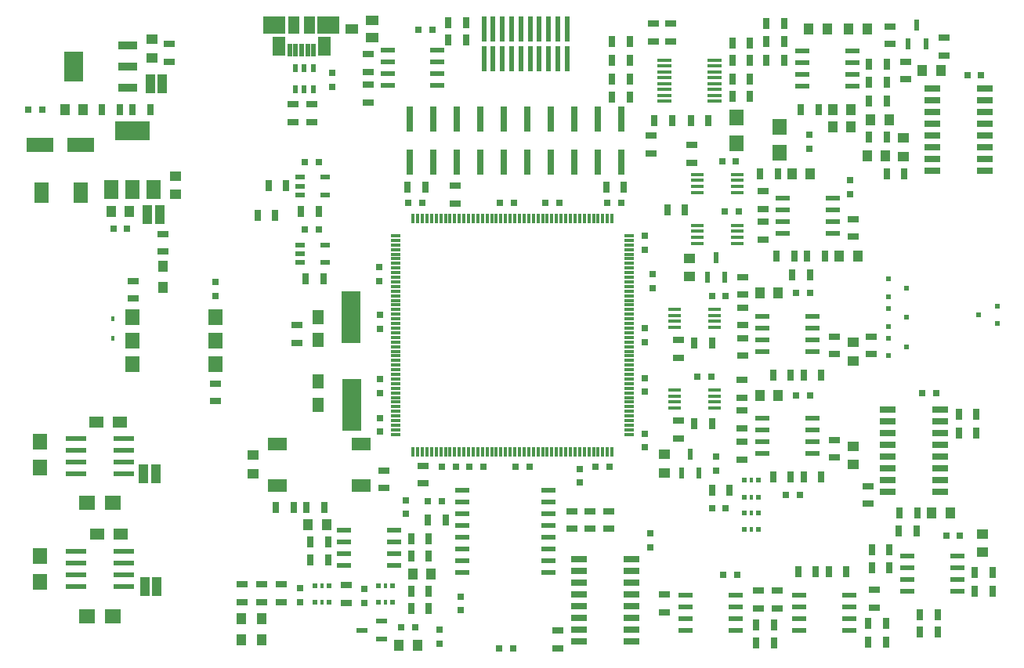
<source format=gtp>
G04 #@! TF.FileFunction,Paste,Top*
%FSLAX46Y46*%
G04 Gerber Fmt 4.6, Leading zero omitted, Abs format (unit mm)*
G04 Created by KiCad (PCBNEW 4.0.1-stable) date 26/04/2018 08:46:55*
%MOMM*%
G01*
G04 APERTURE LIST*
%ADD10C,0.100000*%
%ADD11R,2.100000X5.600000*%
%ADD12R,0.640000X2.730000*%
%ADD13R,1.500000X1.800000*%
%ADD14R,1.250000X1.500000*%
%ADD15R,1.120000X0.300000*%
%ADD16R,0.300000X1.120000*%
%ADD17R,1.100000X1.250000*%
%ADD18R,3.800000X2.000000*%
%ADD19R,1.500000X2.000000*%
%ADD20R,0.700000X1.300000*%
%ADD21R,1.250000X1.000000*%
%ADD22R,3.000000X1.600000*%
%ADD23R,1.000000X1.250000*%
%ADD24R,1.300000X0.700000*%
%ADD25R,0.800000X0.750000*%
%ADD26R,0.750000X0.800000*%
%ADD27R,2.100000X1.400000*%
%ADD28R,1.000000X0.550000*%
%ADD29R,1.550000X0.600000*%
%ADD30R,1.350000X0.400000*%
%ADD31R,0.600000X0.600000*%
%ADD32R,0.400000X0.600000*%
%ADD33R,1.520000X1.780000*%
%ADD34R,0.600000X0.950000*%
%ADD35R,0.450000X0.600000*%
%ADD36R,1.800000X1.500000*%
%ADD37R,1.620000X2.180000*%
%ADD38R,0.500000X0.500000*%
%ADD39R,1.000000X2.000000*%
%ADD40R,0.600000X1.300000*%
%ADD41R,1.400000X1.000000*%
%ADD42R,1.300000X0.600000*%
%ADD43R,2.200000X0.600000*%
%ADD44R,1.750000X0.700000*%
%ADD45R,1.600000X0.410000*%
%ADD46R,1.500000X0.600000*%
%ADD47R,1.475000X2.100000*%
%ADD48R,2.375000X1.900000*%
%ADD49R,1.175000X1.900000*%
%ADD50R,0.500000X1.380000*%
%ADD51R,2.150000X0.950000*%
%ADD52R,2.150000X3.250000*%
%ADD53R,1.500000X1.250000*%
%ADD54R,0.560000X2.755000*%
G04 APERTURE END LIST*
D10*
D11*
X86400000Y-82550000D03*
X86360000Y-73050000D03*
D12*
X107910000Y-56315000D03*
X107910000Y-51685000D03*
X110450000Y-51685000D03*
X110450000Y-56315000D03*
X112990000Y-56315000D03*
X112990000Y-51685000D03*
X115530000Y-51685000D03*
X115530000Y-56315000D03*
X95210000Y-56315000D03*
X95210000Y-51685000D03*
X92670000Y-51685000D03*
X92670000Y-56315000D03*
X105370000Y-56315000D03*
X105370000Y-51685000D03*
X102830000Y-51685000D03*
X102830000Y-56315000D03*
X100290000Y-56315000D03*
X100290000Y-51685000D03*
X97750000Y-51685000D03*
X97750000Y-56315000D03*
D13*
X132700000Y-55300000D03*
X132700000Y-52500000D03*
D14*
X82800000Y-82550000D03*
X82800000Y-80050000D03*
D15*
X91180000Y-64250000D03*
X91180000Y-64750000D03*
X91180000Y-65250000D03*
X91180000Y-65750000D03*
X91180000Y-66250000D03*
X91180000Y-66750000D03*
X91180000Y-67250000D03*
X91180000Y-67750000D03*
X91180000Y-68250000D03*
X91180000Y-68750000D03*
X91180000Y-69250000D03*
X91180000Y-69750000D03*
X91180000Y-70250000D03*
X91180000Y-70750000D03*
X91180000Y-71250000D03*
X91180000Y-71750000D03*
X91180000Y-72250000D03*
X91180000Y-72750000D03*
X91180000Y-73250000D03*
X91180000Y-73750000D03*
X91180000Y-74250000D03*
X91180000Y-74750000D03*
X91180000Y-75250000D03*
X91180000Y-75750000D03*
X91180000Y-76250000D03*
X91180000Y-76750000D03*
X91180000Y-77250000D03*
X91180000Y-77750000D03*
X91180000Y-78250000D03*
X91180000Y-78750000D03*
X91180000Y-79250000D03*
X91180000Y-79750000D03*
X91180000Y-80250000D03*
X91180000Y-80750000D03*
X91180000Y-81250000D03*
X91180000Y-81750000D03*
X91180000Y-82250000D03*
X91180000Y-82750000D03*
X91180000Y-83250000D03*
X91180000Y-83750000D03*
X91180000Y-84250000D03*
X91180000Y-84750000D03*
X91180000Y-85250000D03*
X91180000Y-85750000D03*
D16*
X93050000Y-87620000D03*
X93550000Y-87620000D03*
X94050000Y-87620000D03*
X94550000Y-87620000D03*
X95050000Y-87620000D03*
X95550000Y-87620000D03*
X96050000Y-87620000D03*
X96550000Y-87620000D03*
X97050000Y-87620000D03*
X97550000Y-87620000D03*
X98050000Y-87620000D03*
X98550000Y-87620000D03*
X99050000Y-87620000D03*
X99550000Y-87620000D03*
X100050000Y-87620000D03*
X100550000Y-87620000D03*
X101050000Y-87620000D03*
X101550000Y-87620000D03*
X102050000Y-87620000D03*
X102550000Y-87620000D03*
X103050000Y-87620000D03*
X103550000Y-87620000D03*
X104050000Y-87620000D03*
X104550000Y-87620000D03*
X105050000Y-87620000D03*
X105550000Y-87620000D03*
X106050000Y-87620000D03*
X106550000Y-87620000D03*
X107050000Y-87620000D03*
X107550000Y-87620000D03*
X108050000Y-87620000D03*
X108550000Y-87620000D03*
X109050000Y-87620000D03*
X109550000Y-87620000D03*
X110050000Y-87620000D03*
X110550000Y-87620000D03*
X111050000Y-87620000D03*
X111550000Y-87620000D03*
X112050000Y-87620000D03*
X112550000Y-87620000D03*
X113050000Y-87620000D03*
X113550000Y-87620000D03*
X114050000Y-87620000D03*
X114550000Y-87620000D03*
D15*
X116420000Y-85750000D03*
X116420000Y-85250000D03*
X116420000Y-84750000D03*
X116420000Y-84250000D03*
X116420000Y-83750000D03*
X116420000Y-83250000D03*
X116420000Y-82750000D03*
X116420000Y-82250000D03*
X116420000Y-81750000D03*
X116420000Y-81250000D03*
X116420000Y-80750000D03*
X116420000Y-80250000D03*
X116420000Y-79750000D03*
X116420000Y-79250000D03*
X116420000Y-78750000D03*
X116420000Y-78250000D03*
X116420000Y-77750000D03*
X116420000Y-77250000D03*
X116420000Y-76750000D03*
X116420000Y-76250000D03*
X116420000Y-75750000D03*
X116420000Y-75250000D03*
X116420000Y-74750000D03*
X116420000Y-74250000D03*
X116420000Y-73750000D03*
X116420000Y-73250000D03*
X116420000Y-72750000D03*
X116420000Y-72250000D03*
X116420000Y-71750000D03*
X116420000Y-71250000D03*
X116420000Y-70750000D03*
X116420000Y-70250000D03*
X116420000Y-69750000D03*
X116420000Y-69250000D03*
X116420000Y-68750000D03*
X116420000Y-68250000D03*
X116420000Y-67750000D03*
X116420000Y-67250000D03*
X116420000Y-66750000D03*
X116420000Y-66250000D03*
X116420000Y-65750000D03*
X116420000Y-65250000D03*
X116420000Y-64750000D03*
X116420000Y-64250000D03*
D16*
X114550000Y-62380000D03*
X114050000Y-62380000D03*
X113550000Y-62380000D03*
X113050000Y-62380000D03*
X112550000Y-62380000D03*
X112050000Y-62380000D03*
X111550000Y-62380000D03*
X111050000Y-62380000D03*
X110550000Y-62380000D03*
X110050000Y-62380000D03*
X109550000Y-62380000D03*
X109050000Y-62380000D03*
X108550000Y-62380000D03*
X108050000Y-62380000D03*
X107550000Y-62380000D03*
X107050000Y-62380000D03*
X106550000Y-62380000D03*
X106050000Y-62380000D03*
X105550000Y-62380000D03*
X105050000Y-62380000D03*
X104550000Y-62380000D03*
X104050000Y-62380000D03*
X103550000Y-62380000D03*
X103050000Y-62380000D03*
X102550000Y-62380000D03*
X102050000Y-62380000D03*
X101550000Y-62380000D03*
X101050000Y-62380000D03*
X100550000Y-62380000D03*
X100050000Y-62380000D03*
X99550000Y-62380000D03*
X99050000Y-62380000D03*
X98550000Y-62380000D03*
X98050000Y-62380000D03*
X97550000Y-62380000D03*
X97050000Y-62380000D03*
X96550000Y-62380000D03*
X96050000Y-62380000D03*
X95550000Y-62380000D03*
X95050000Y-62380000D03*
X94550000Y-62380000D03*
X94050000Y-62380000D03*
X93550000Y-62380000D03*
X93050000Y-62380000D03*
D17*
X76700000Y-105625000D03*
X76700000Y-107975000D03*
X66000000Y-67525000D03*
X66000000Y-69875000D03*
X74500000Y-105625000D03*
X74500000Y-107975000D03*
D18*
X62700000Y-52950000D03*
D19*
X62700000Y-59250000D03*
X65000000Y-59250000D03*
X60400000Y-59250000D03*
D20*
X123050000Y-51800000D03*
X124950000Y-51800000D03*
D21*
X75800000Y-90000000D03*
X75800000Y-88000000D03*
D22*
X57100000Y-54400000D03*
X52700000Y-54400000D03*
D21*
X120200000Y-89900000D03*
X120200000Y-87900000D03*
X67400000Y-59800000D03*
X67400000Y-57800000D03*
D23*
X62400000Y-61600000D03*
X60400000Y-61600000D03*
X81700000Y-95500000D03*
X83700000Y-95500000D03*
X91500000Y-108500000D03*
X93500000Y-108500000D03*
X95000000Y-100800000D03*
X93000000Y-100800000D03*
X130500000Y-81500000D03*
X132500000Y-81500000D03*
X130500000Y-70400000D03*
X132500000Y-70400000D03*
X134000000Y-57600000D03*
X136000000Y-57600000D03*
X141100000Y-66500000D03*
X139100000Y-66500000D03*
X138400000Y-50600000D03*
X140400000Y-50600000D03*
X144100000Y-55600000D03*
X142100000Y-55600000D03*
X140400000Y-52500000D03*
X138400000Y-52500000D03*
D21*
X146000000Y-53700000D03*
X146000000Y-55700000D03*
D23*
X135800000Y-41900000D03*
X137800000Y-41900000D03*
X142500000Y-51700000D03*
X144500000Y-51700000D03*
X149100000Y-94200000D03*
X151100000Y-94200000D03*
D21*
X154600000Y-98500000D03*
X154600000Y-96500000D03*
X122900000Y-68700000D03*
X122900000Y-66700000D03*
D23*
X148100000Y-46400000D03*
X150100000Y-46400000D03*
D24*
X62800000Y-71050000D03*
X62800000Y-69150000D03*
X89900000Y-91550000D03*
X89900000Y-89650000D03*
X97600000Y-58850000D03*
X97600000Y-60750000D03*
X76700000Y-101950000D03*
X76700000Y-103850000D03*
X71700000Y-82150000D03*
X71700000Y-80250000D03*
X80500000Y-73950000D03*
X80500000Y-75850000D03*
X66000000Y-65950000D03*
X66000000Y-64050000D03*
X94100000Y-89150000D03*
X94100000Y-91050000D03*
D20*
X92450000Y-59000000D03*
X94350000Y-59000000D03*
X113950000Y-59000000D03*
X115850000Y-59000000D03*
D24*
X118800000Y-55350000D03*
X118800000Y-53450000D03*
X74600000Y-101950000D03*
X74600000Y-103850000D03*
D20*
X83850000Y-97400000D03*
X81950000Y-97400000D03*
X81450000Y-68900000D03*
X83350000Y-68900000D03*
X81950000Y-99300000D03*
X83850000Y-99300000D03*
X81550000Y-93600000D03*
X83450000Y-93600000D03*
X80950000Y-61600000D03*
X82850000Y-61600000D03*
X92850000Y-98900000D03*
X94750000Y-98900000D03*
X77450000Y-58800000D03*
X79350000Y-58800000D03*
X76250000Y-62100000D03*
X78150000Y-62100000D03*
D25*
X103950000Y-60700000D03*
X102450000Y-60700000D03*
X108850000Y-60700000D03*
X107350000Y-60700000D03*
X99150000Y-89200000D03*
X100650000Y-89200000D03*
X114250000Y-89200000D03*
X112750000Y-89200000D03*
D26*
X118100000Y-81150000D03*
X118100000Y-79650000D03*
X118100000Y-75750000D03*
X118100000Y-74250000D03*
D25*
X92550000Y-60700000D03*
X94050000Y-60700000D03*
X115550000Y-60700000D03*
X114050000Y-60700000D03*
D26*
X118100000Y-64250000D03*
X118100000Y-65750000D03*
X118100000Y-87150000D03*
X118100000Y-85650000D03*
X89400000Y-69150000D03*
X89400000Y-67650000D03*
X89500000Y-85450000D03*
X89500000Y-83950000D03*
X89500000Y-79750000D03*
X89500000Y-81250000D03*
D25*
X104150000Y-89200000D03*
X105650000Y-89200000D03*
X97650000Y-89200000D03*
X96150000Y-89200000D03*
D26*
X89500000Y-72850000D03*
X89500000Y-74350000D03*
D27*
X78350000Y-91250000D03*
X78350000Y-86750000D03*
X87450000Y-91250000D03*
X87450000Y-86750000D03*
D28*
X80850000Y-65250000D03*
X80850000Y-66200000D03*
X80850000Y-67150000D03*
X83550000Y-67150000D03*
X83550000Y-65250000D03*
X80850000Y-57950000D03*
X80850000Y-58900000D03*
X80850000Y-59850000D03*
X83550000Y-59850000D03*
X83550000Y-57950000D03*
D29*
X130800000Y-72995000D03*
X130800000Y-74265000D03*
X130800000Y-75535000D03*
X130800000Y-76805000D03*
X136200000Y-76805000D03*
X136200000Y-75535000D03*
X136200000Y-74265000D03*
X136200000Y-72995000D03*
X133000000Y-60195000D03*
X133000000Y-61465000D03*
X133000000Y-62735000D03*
X133000000Y-64005000D03*
X138400000Y-64005000D03*
X138400000Y-62735000D03*
X138400000Y-61465000D03*
X138400000Y-60195000D03*
X135100000Y-44295000D03*
X135100000Y-45565000D03*
X135100000Y-46835000D03*
X135100000Y-48105000D03*
X140500000Y-48105000D03*
X140500000Y-46835000D03*
X140500000Y-45565000D03*
X140500000Y-44295000D03*
X146500000Y-98895000D03*
X146500000Y-100165000D03*
X146500000Y-101435000D03*
X146500000Y-102705000D03*
X151900000Y-102705000D03*
X151900000Y-101435000D03*
X151900000Y-100165000D03*
X151900000Y-98895000D03*
X134800000Y-103095000D03*
X134800000Y-104365000D03*
X134800000Y-105635000D03*
X134800000Y-106905000D03*
X140200000Y-106905000D03*
X140200000Y-105635000D03*
X140200000Y-104365000D03*
X140200000Y-103095000D03*
X122500000Y-103095000D03*
X122500000Y-104365000D03*
X122500000Y-105635000D03*
X122500000Y-106905000D03*
X127900000Y-106905000D03*
X127900000Y-105635000D03*
X127900000Y-104365000D03*
X127900000Y-103095000D03*
X90300000Y-44195000D03*
X90300000Y-45465000D03*
X90300000Y-46735000D03*
X90300000Y-48005000D03*
X95700000Y-48005000D03*
X95700000Y-46735000D03*
X95700000Y-45465000D03*
X95700000Y-44195000D03*
X130800000Y-83995000D03*
X130800000Y-85265000D03*
X130800000Y-86535000D03*
X130800000Y-87805000D03*
X136200000Y-87805000D03*
X136200000Y-86535000D03*
X136200000Y-85265000D03*
X136200000Y-83995000D03*
X85600000Y-96095000D03*
X85600000Y-97365000D03*
X85600000Y-98635000D03*
X85600000Y-99905000D03*
X91000000Y-99905000D03*
X91000000Y-98635000D03*
X91000000Y-97365000D03*
X91000000Y-96095000D03*
D30*
X121350000Y-72225000D03*
X121350000Y-72875000D03*
X121350000Y-73525000D03*
X121350000Y-74175000D03*
X125650000Y-74175000D03*
X125650000Y-73525000D03*
X125650000Y-72875000D03*
X125650000Y-72225000D03*
X123750000Y-63125000D03*
X123750000Y-63775000D03*
X123750000Y-64425000D03*
X123750000Y-65075000D03*
X128050000Y-65075000D03*
X128050000Y-64425000D03*
X128050000Y-63775000D03*
X128050000Y-63125000D03*
X123750000Y-57625000D03*
X123750000Y-58275000D03*
X123750000Y-58925000D03*
X123750000Y-59575000D03*
X128050000Y-59575000D03*
X128050000Y-58925000D03*
X128050000Y-58275000D03*
X128050000Y-57625000D03*
X121350000Y-80925000D03*
X121350000Y-81575000D03*
X121350000Y-82225000D03*
X121350000Y-82875000D03*
X125650000Y-82875000D03*
X125650000Y-82225000D03*
X125650000Y-81575000D03*
X125650000Y-80925000D03*
D20*
X94750000Y-102700000D03*
X92850000Y-102700000D03*
X94750000Y-97000000D03*
X92850000Y-97000000D03*
X92850000Y-104600000D03*
X94750000Y-104600000D03*
X78250000Y-93600000D03*
X80150000Y-93600000D03*
D24*
X128700000Y-72050000D03*
X128700000Y-73950000D03*
X128700000Y-75350000D03*
X128700000Y-77250000D03*
X128700000Y-68750000D03*
X128700000Y-70650000D03*
X142600000Y-77050000D03*
X142600000Y-75150000D03*
D20*
X153950000Y-85600000D03*
X152050000Y-85600000D03*
X145650000Y-94200000D03*
X147550000Y-94200000D03*
X147450000Y-96200000D03*
X145550000Y-96200000D03*
X135950000Y-68500000D03*
X134050000Y-68500000D03*
X144550000Y-98200000D03*
X142650000Y-98200000D03*
D24*
X142200000Y-91350000D03*
X142200000Y-93250000D03*
X130900000Y-62750000D03*
X130900000Y-64650000D03*
X130900000Y-59450000D03*
X130900000Y-61350000D03*
D20*
X132450000Y-57600000D03*
X130550000Y-57600000D03*
X134250000Y-66500000D03*
X132350000Y-66500000D03*
X135650000Y-66500000D03*
X137550000Y-66500000D03*
D24*
X140600000Y-62450000D03*
X140600000Y-64350000D03*
D20*
X133150000Y-45300000D03*
X131250000Y-45300000D03*
X129450000Y-45300000D03*
X127550000Y-45300000D03*
X129450000Y-43400000D03*
X127550000Y-43400000D03*
X131250000Y-43300000D03*
X133150000Y-43300000D03*
X133150000Y-41300000D03*
X131250000Y-41300000D03*
X142350000Y-45700000D03*
X144250000Y-45700000D03*
X129450000Y-47300000D03*
X127550000Y-47300000D03*
X129450000Y-49200000D03*
X127550000Y-49200000D03*
X144250000Y-47700000D03*
X142350000Y-47700000D03*
X142350000Y-49700000D03*
X144250000Y-49700000D03*
X136850000Y-50600000D03*
X134950000Y-50600000D03*
X144250000Y-53600000D03*
X142350000Y-53600000D03*
X127250000Y-91800000D03*
X125350000Y-91800000D03*
X121050000Y-51800000D03*
X119150000Y-51800000D03*
D24*
X119000000Y-43250000D03*
X119000000Y-41350000D03*
X120900000Y-43250000D03*
X120900000Y-41350000D03*
D20*
X146150000Y-57600000D03*
X144250000Y-57600000D03*
X137150000Y-79300000D03*
X135250000Y-79300000D03*
D24*
X138600000Y-75150000D03*
X138600000Y-77050000D03*
D20*
X133850000Y-79300000D03*
X131950000Y-79300000D03*
X142650000Y-100200000D03*
X144550000Y-100200000D03*
X155650000Y-102700000D03*
X153750000Y-102700000D03*
X153750000Y-100700000D03*
X155650000Y-100700000D03*
X149750000Y-105200000D03*
X147850000Y-105200000D03*
X147850000Y-107100000D03*
X149750000Y-107100000D03*
X137950000Y-100600000D03*
X139850000Y-100600000D03*
X136550000Y-100600000D03*
X134650000Y-100600000D03*
D24*
X132400000Y-102650000D03*
X132400000Y-104550000D03*
X130400000Y-104550000D03*
X130400000Y-102650000D03*
X120200000Y-103050000D03*
X120200000Y-104950000D03*
D20*
X142250000Y-106200000D03*
X144150000Y-106200000D03*
X142250000Y-108200000D03*
X144150000Y-108200000D03*
D24*
X142900000Y-102550000D03*
X142900000Y-104450000D03*
D20*
X130150000Y-106300000D03*
X132050000Y-106300000D03*
X132050000Y-108300000D03*
X130150000Y-108300000D03*
D24*
X108700000Y-106950000D03*
X108700000Y-108850000D03*
D20*
X94650000Y-95000000D03*
X96550000Y-95000000D03*
D24*
X85800000Y-102050000D03*
X85800000Y-103950000D03*
X78800000Y-101950000D03*
X78800000Y-103850000D03*
X88200000Y-49850000D03*
X88200000Y-47950000D03*
X88200000Y-46550000D03*
X88200000Y-44650000D03*
D20*
X123450000Y-84600000D03*
X125350000Y-84600000D03*
D24*
X121700000Y-86150000D03*
X121700000Y-84250000D03*
X121700000Y-77450000D03*
X121700000Y-75550000D03*
D20*
X123450000Y-75900000D03*
X125350000Y-75900000D03*
X133850000Y-90300000D03*
X131950000Y-90300000D03*
D24*
X128600000Y-86550000D03*
X128600000Y-88450000D03*
D20*
X137150000Y-90300000D03*
X135250000Y-90300000D03*
D24*
X128600000Y-83150000D03*
X128600000Y-85050000D03*
X138600000Y-86350000D03*
X138600000Y-88250000D03*
X128600000Y-79850000D03*
X128600000Y-81750000D03*
X114200000Y-95950000D03*
X114200000Y-94050000D03*
D20*
X153950000Y-83600000D03*
X152050000Y-83600000D03*
D24*
X112200000Y-95950000D03*
X112200000Y-94050000D03*
X110200000Y-95950000D03*
X110200000Y-94050000D03*
X150400000Y-42850000D03*
X150400000Y-44750000D03*
X144600000Y-43550000D03*
X144600000Y-41650000D03*
X146300000Y-45450000D03*
X146300000Y-47350000D03*
D20*
X120550000Y-61500000D03*
X122450000Y-61500000D03*
D24*
X123200000Y-54450000D03*
X123200000Y-56350000D03*
X82100000Y-51950000D03*
X82100000Y-50050000D03*
X80100000Y-51950000D03*
X80100000Y-50050000D03*
X66700000Y-45450000D03*
X66700000Y-43550000D03*
D20*
X64650000Y-50600000D03*
X62750000Y-50600000D03*
X61350000Y-50600000D03*
X59450000Y-50600000D03*
D31*
X89350000Y-103900000D03*
X90850000Y-103900000D03*
D32*
X90100000Y-102100000D03*
X90100000Y-103900000D03*
D31*
X90850000Y-102100000D03*
X89350000Y-102100000D03*
X82450000Y-103900000D03*
X83950000Y-103900000D03*
D32*
X83200000Y-102100000D03*
X83200000Y-103900000D03*
D31*
X83950000Y-102100000D03*
X82450000Y-102100000D03*
X128850000Y-92500000D03*
X130350000Y-92500000D03*
D32*
X129600000Y-90700000D03*
X129600000Y-92500000D03*
D31*
X130350000Y-90700000D03*
X128850000Y-90700000D03*
X128850000Y-96000000D03*
X130350000Y-96000000D03*
D32*
X129600000Y-94200000D03*
X129600000Y-96000000D03*
D31*
X130350000Y-94200000D03*
X128850000Y-94200000D03*
D33*
X62690000Y-73060000D03*
X62690000Y-75600000D03*
X62690000Y-78140000D03*
X71710000Y-78140000D03*
X71710000Y-75600000D03*
X71710000Y-73060000D03*
D34*
X82250000Y-46175000D03*
X81300000Y-46175000D03*
X80350000Y-46175000D03*
X80350000Y-48425000D03*
X81300000Y-48425000D03*
X82250000Y-48425000D03*
D35*
X60600000Y-73250000D03*
X60600000Y-75350000D03*
D13*
X52700000Y-89300000D03*
X52700000Y-86500000D03*
D36*
X60600000Y-105400000D03*
X57800000Y-105400000D03*
D13*
X52700000Y-101700000D03*
X52700000Y-98900000D03*
D36*
X60600000Y-93100000D03*
X57800000Y-93100000D03*
D37*
X52890000Y-59600000D03*
X57110000Y-59600000D03*
D38*
X144400000Y-72150000D03*
X144400000Y-74050000D03*
X146400000Y-73100000D03*
X144400000Y-75350000D03*
X144400000Y-77250000D03*
X146400000Y-76300000D03*
X156200000Y-73750000D03*
X156200000Y-71850000D03*
X154200000Y-72800000D03*
X144400000Y-68950000D03*
X144400000Y-70850000D03*
X146400000Y-69900000D03*
D39*
X65950000Y-47800000D03*
X64650000Y-47800000D03*
X65650000Y-62000000D03*
X64350000Y-62000000D03*
D40*
X122050000Y-89950000D03*
X123950000Y-89950000D03*
X123000000Y-87850000D03*
X124850000Y-68750000D03*
X126750000Y-68750000D03*
X125800000Y-66650000D03*
X146550000Y-43550000D03*
X148450000Y-43550000D03*
X147500000Y-41450000D03*
D41*
X88600000Y-42850000D03*
X88600000Y-40950000D03*
X86400000Y-41900000D03*
D42*
X89650000Y-107850000D03*
X89650000Y-105950000D03*
X87550000Y-106900000D03*
D20*
X96850000Y-43100000D03*
X98750000Y-43100000D03*
X98750000Y-41200000D03*
X96850000Y-41200000D03*
D43*
X56600000Y-98395000D03*
X56600000Y-99665000D03*
X56600000Y-100935000D03*
X56600000Y-102205000D03*
X61800000Y-102205000D03*
X61800000Y-100935000D03*
X61800000Y-99665000D03*
X61800000Y-98395000D03*
D44*
X150025000Y-83055000D03*
X150025000Y-85595000D03*
X150025000Y-86865000D03*
X150025000Y-88135000D03*
X150025000Y-89405000D03*
X150025000Y-90675000D03*
X150025000Y-91945000D03*
X144375000Y-91945000D03*
X144375000Y-90675000D03*
X144375000Y-89405000D03*
X144375000Y-88135000D03*
X144375000Y-86865000D03*
X144375000Y-85595000D03*
X144375000Y-84325000D03*
X144375000Y-83055000D03*
X150025000Y-84325000D03*
X154825000Y-48355000D03*
X154825000Y-50895000D03*
X154825000Y-52165000D03*
X154825000Y-53435000D03*
X154825000Y-54705000D03*
X154825000Y-55975000D03*
X154825000Y-57245000D03*
X149175000Y-57245000D03*
X149175000Y-55975000D03*
X149175000Y-54705000D03*
X149175000Y-53435000D03*
X149175000Y-52165000D03*
X149175000Y-50895000D03*
X149175000Y-49625000D03*
X149175000Y-48355000D03*
X154825000Y-49625000D03*
X116625000Y-99255000D03*
X116625000Y-101795000D03*
X116625000Y-103065000D03*
X116625000Y-104335000D03*
X116625000Y-105605000D03*
X116625000Y-106875000D03*
X116625000Y-108145000D03*
X110975000Y-108145000D03*
X110975000Y-106875000D03*
X110975000Y-105605000D03*
X110975000Y-104335000D03*
X110975000Y-103065000D03*
X110975000Y-101795000D03*
X110975000Y-100525000D03*
X110975000Y-99255000D03*
X116625000Y-100525000D03*
D43*
X56600000Y-86195000D03*
X56600000Y-87465000D03*
X56600000Y-88735000D03*
X56600000Y-90005000D03*
X61800000Y-90005000D03*
X61800000Y-88735000D03*
X61800000Y-87465000D03*
X61800000Y-86195000D03*
D45*
X120200000Y-45277500D03*
X120200000Y-45912500D03*
X120200000Y-46547500D03*
X120200000Y-47182500D03*
X120200000Y-47817500D03*
X120200000Y-48452500D03*
X120200000Y-49087500D03*
X120200000Y-49722500D03*
X125600000Y-49722500D03*
X125600000Y-49087500D03*
X125600000Y-48452500D03*
X125600000Y-47817500D03*
X125600000Y-47182500D03*
X125600000Y-46547500D03*
X125600000Y-45912500D03*
X125600000Y-45277500D03*
D46*
X98350000Y-91755000D03*
X98350000Y-93025000D03*
X98350000Y-94295000D03*
X98350000Y-95565000D03*
X98350000Y-96835000D03*
X98350000Y-98105000D03*
X98350000Y-99375000D03*
X98350000Y-100645000D03*
X107650000Y-100645000D03*
X107650000Y-99375000D03*
X107650000Y-98105000D03*
X107650000Y-96835000D03*
X107650000Y-95565000D03*
X107650000Y-94295000D03*
X107650000Y-93025000D03*
X107650000Y-91755000D03*
D47*
X78537500Y-43800000D03*
D48*
X78087500Y-41500000D03*
D49*
X80162500Y-41500000D03*
X81837500Y-41500000D03*
D48*
X83912500Y-41500000D03*
D50*
X82300000Y-44160000D03*
X81650000Y-44160000D03*
X81000000Y-44160000D03*
X80350000Y-44160000D03*
X79700000Y-44160000D03*
D47*
X83462500Y-43800000D03*
D51*
X62200000Y-48300000D03*
X62200000Y-46000000D03*
X62200000Y-43700000D03*
D52*
X56400000Y-46000000D03*
D39*
X65250000Y-90000000D03*
X63950000Y-90000000D03*
D53*
X58850000Y-84400000D03*
X61350000Y-84400000D03*
X58950000Y-96500000D03*
X61450000Y-96500000D03*
D39*
X65350000Y-102200000D03*
X64050000Y-102200000D03*
D13*
X128000000Y-54300000D03*
X128000000Y-51500000D03*
D20*
X116450000Y-43300000D03*
X114550000Y-43300000D03*
X116450000Y-45300000D03*
X114550000Y-45300000D03*
X116450000Y-47300000D03*
X114550000Y-47300000D03*
X116450000Y-49300000D03*
X114550000Y-49300000D03*
D25*
X93250000Y-106600000D03*
X91750000Y-106600000D03*
X60650000Y-63500000D03*
X62150000Y-63500000D03*
D26*
X84300000Y-48150000D03*
X84300000Y-46650000D03*
D25*
X96150000Y-93000000D03*
X94650000Y-93000000D03*
X126850000Y-70800000D03*
X125350000Y-70800000D03*
X125250000Y-79500000D03*
X123750000Y-79500000D03*
X103850000Y-108900000D03*
X102350000Y-108900000D03*
X128250000Y-61600000D03*
X126750000Y-61600000D03*
D26*
X135900000Y-54850000D03*
X135900000Y-53350000D03*
D25*
X148050000Y-81300000D03*
X149550000Y-81300000D03*
D26*
X125800000Y-88150000D03*
X125800000Y-89650000D03*
X95900000Y-106850000D03*
X95900000Y-108350000D03*
X118700000Y-96450000D03*
X118700000Y-97950000D03*
D25*
X127950000Y-56200000D03*
X126450000Y-56200000D03*
D26*
X98200000Y-103250000D03*
X98200000Y-104750000D03*
X71700000Y-70750000D03*
X71700000Y-69250000D03*
D25*
X82850000Y-63600000D03*
X81350000Y-63600000D03*
X82850000Y-56300000D03*
X81350000Y-56300000D03*
D26*
X87800000Y-103950000D03*
X87800000Y-102450000D03*
X80800000Y-103850000D03*
X80800000Y-102350000D03*
X92300000Y-94350000D03*
X92300000Y-92850000D03*
D25*
X134850000Y-92300000D03*
X133350000Y-92300000D03*
X125350000Y-93700000D03*
X126850000Y-93700000D03*
X51450000Y-50600000D03*
X52950000Y-50600000D03*
X135950000Y-70400000D03*
X134450000Y-70400000D03*
X93650000Y-42000000D03*
X95150000Y-42000000D03*
X152150000Y-96700000D03*
X150650000Y-96700000D03*
X154450000Y-46900000D03*
X152950000Y-46900000D03*
X135950000Y-81500000D03*
X134450000Y-81500000D03*
X128050000Y-100900000D03*
X126550000Y-100900000D03*
D21*
X140600000Y-75800000D03*
X140600000Y-77800000D03*
X140600000Y-87000000D03*
X140600000Y-89000000D03*
D23*
X140100000Y-41900000D03*
X142100000Y-41900000D03*
X55400000Y-50600000D03*
X57400000Y-50600000D03*
D21*
X64800000Y-45000000D03*
X64800000Y-43000000D03*
D54*
X106700000Y-45107500D03*
X106700000Y-41892500D03*
X107700000Y-41892500D03*
X107700000Y-45107500D03*
X108700000Y-45107500D03*
X108700000Y-41892500D03*
X109700000Y-41892500D03*
X109700000Y-45107500D03*
X101700000Y-45107500D03*
X101700000Y-41892500D03*
X100700000Y-41892500D03*
X100700000Y-45107500D03*
X105700000Y-45107500D03*
X105700000Y-41892500D03*
X104700000Y-41892500D03*
X104700000Y-45107500D03*
X103700000Y-45107500D03*
X103700000Y-41892500D03*
X102700000Y-41892500D03*
X102700000Y-45107500D03*
D14*
X82800000Y-73050000D03*
X82800000Y-75550000D03*
D26*
X111100000Y-90950000D03*
X111100000Y-89450000D03*
X118900000Y-69950000D03*
X118900000Y-68450000D03*
X140300000Y-58250000D03*
X140300000Y-59750000D03*
M02*

</source>
